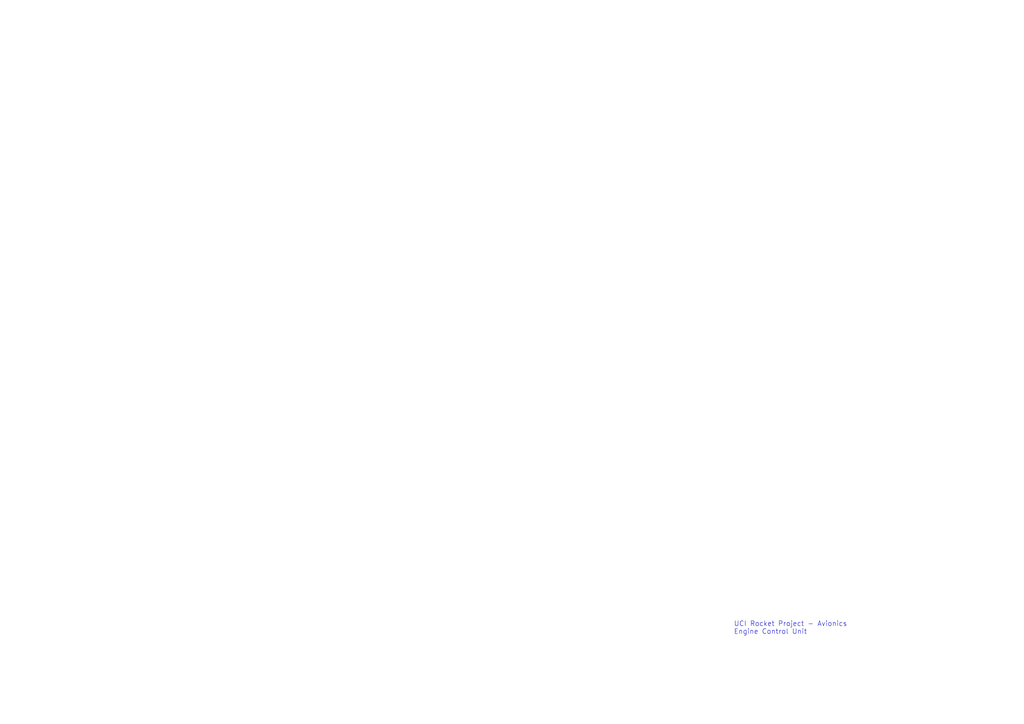
<source format=kicad_sch>
(kicad_sch (version 20211123) (generator eeschema)
  (paper "A3")
  (lib_symbols)
  (text "UCI Rocket Project - Avionics\nEngine Control Unit" (at 300.99 260.35 0) (effects (font (size 2 2)) (justify left bottom)))
)
</source>
